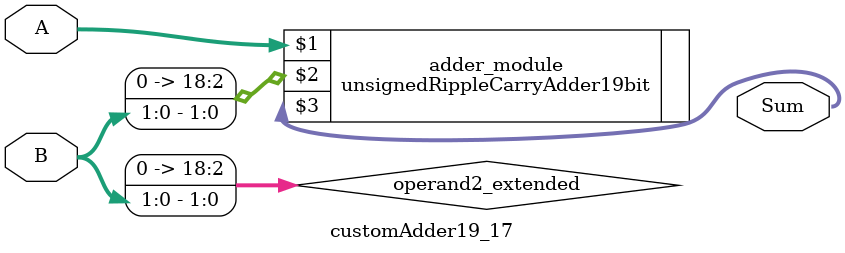
<source format=v>

module customAdder19_17(
                    input [18 : 0] A,
                    input [1 : 0] B,
                    
                    output [19 : 0] Sum
            );

    wire [18 : 0] operand2_extended;
    
    assign operand2_extended =  {17'b0, B};
    
    unsignedRippleCarryAdder19bit adder_module(
        A,
        operand2_extended,
        Sum
    );
    
endmodule
        
</source>
